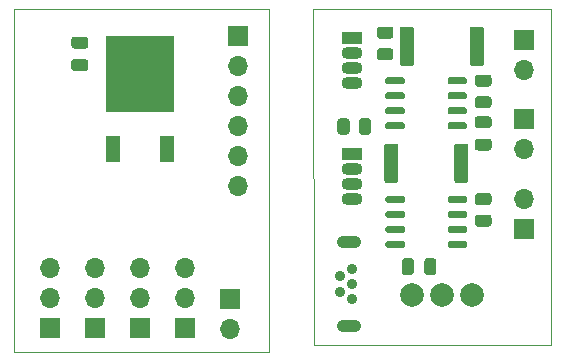
<source format=gbs>
%TF.GenerationSoftware,KiCad,Pcbnew,(5.1.7)-1*%
%TF.CreationDate,2021-06-20T23:27:28+01:00*%
%TF.ProjectId,RcDev,52634465-762e-46b6-9963-61645f706362,rev?*%
%TF.SameCoordinates,Original*%
%TF.FileFunction,Soldermask,Bot*%
%TF.FilePolarity,Negative*%
%FSLAX46Y46*%
G04 Gerber Fmt 4.6, Leading zero omitted, Abs format (unit mm)*
G04 Created by KiCad (PCBNEW (5.1.7)-1) date 2021-06-20 23:27:28*
%MOMM*%
%LPD*%
G01*
G04 APERTURE LIST*
%TA.AperFunction,Profile*%
%ADD10C,0.050000*%
%TD*%
%ADD11O,1.700000X1.700000*%
%ADD12R,1.700000X1.700000*%
%ADD13C,2.000000*%
%ADD14C,0.900000*%
%ADD15O,2.050000X1.050000*%
%ADD16O,1.800000X1.070000*%
%ADD17R,1.800000X1.070000*%
%ADD18R,5.800000X6.400000*%
%ADD19R,1.200000X2.200000*%
G04 APERTURE END LIST*
D10*
X131038600Y-50292000D02*
X151130000Y-50292000D01*
X105689400Y-50266600D02*
X105664000Y-79349600D01*
X127254000Y-50292000D02*
X105689400Y-50266600D01*
X127279400Y-79349600D02*
X127254000Y-50292000D01*
X105664000Y-79349600D02*
X127279400Y-79349600D01*
X131064000Y-78765400D02*
X131038600Y-50292000D01*
X151130000Y-78740000D02*
X131064000Y-78765400D01*
X151130000Y-50292000D02*
X151130000Y-78740000D01*
D11*
%TO.C,J9*%
X148869400Y-66395600D03*
D12*
X148869400Y-68935600D03*
%TD*%
D11*
%TO.C,J6*%
X148844000Y-55499000D03*
D12*
X148844000Y-52959000D03*
%TD*%
%TO.C,J10*%
X123977400Y-74828400D03*
D11*
X123977400Y-77368400D03*
%TD*%
D13*
%TO.C,SW1*%
X139369800Y-74498200D03*
X141909800Y-74498200D03*
X144449800Y-74498200D03*
%TD*%
%TO.C,C6*%
G36*
G01*
X140429400Y-72585600D02*
X140429400Y-71635600D01*
G75*
G02*
X140679400Y-71385600I250000J0D01*
G01*
X141179400Y-71385600D01*
G75*
G02*
X141429400Y-71635600I0J-250000D01*
G01*
X141429400Y-72585600D01*
G75*
G02*
X141179400Y-72835600I-250000J0D01*
G01*
X140679400Y-72835600D01*
G75*
G02*
X140429400Y-72585600I0J250000D01*
G01*
G37*
G36*
G01*
X138529400Y-72585600D02*
X138529400Y-71635600D01*
G75*
G02*
X138779400Y-71385600I250000J0D01*
G01*
X139279400Y-71385600D01*
G75*
G02*
X139529400Y-71635600I0J-250000D01*
G01*
X139529400Y-72585600D01*
G75*
G02*
X139279400Y-72835600I-250000J0D01*
G01*
X138779400Y-72835600D01*
G75*
G02*
X138529400Y-72585600I0J250000D01*
G01*
G37*
%TD*%
D14*
%TO.C,J7*%
X133291500Y-74246500D03*
X133291500Y-72946500D03*
X134291500Y-74896500D03*
X134291500Y-72296500D03*
X134291500Y-73596500D03*
D15*
X134021500Y-77171500D03*
X134021500Y-70021500D03*
%TD*%
D16*
%TO.C,D2*%
X134289800Y-66421000D03*
X134289800Y-65151000D03*
X134289800Y-63881000D03*
D17*
X134289800Y-62611000D03*
%TD*%
%TO.C,U3*%
G36*
G01*
X138789000Y-56238000D02*
X138789000Y-56538000D01*
G75*
G02*
X138639000Y-56688000I-150000J0D01*
G01*
X137289000Y-56688000D01*
G75*
G02*
X137139000Y-56538000I0J150000D01*
G01*
X137139000Y-56238000D01*
G75*
G02*
X137289000Y-56088000I150000J0D01*
G01*
X138639000Y-56088000D01*
G75*
G02*
X138789000Y-56238000I0J-150000D01*
G01*
G37*
G36*
G01*
X138789000Y-57508000D02*
X138789000Y-57808000D01*
G75*
G02*
X138639000Y-57958000I-150000J0D01*
G01*
X137289000Y-57958000D01*
G75*
G02*
X137139000Y-57808000I0J150000D01*
G01*
X137139000Y-57508000D01*
G75*
G02*
X137289000Y-57358000I150000J0D01*
G01*
X138639000Y-57358000D01*
G75*
G02*
X138789000Y-57508000I0J-150000D01*
G01*
G37*
G36*
G01*
X138789000Y-58778000D02*
X138789000Y-59078000D01*
G75*
G02*
X138639000Y-59228000I-150000J0D01*
G01*
X137289000Y-59228000D01*
G75*
G02*
X137139000Y-59078000I0J150000D01*
G01*
X137139000Y-58778000D01*
G75*
G02*
X137289000Y-58628000I150000J0D01*
G01*
X138639000Y-58628000D01*
G75*
G02*
X138789000Y-58778000I0J-150000D01*
G01*
G37*
G36*
G01*
X138789000Y-60048000D02*
X138789000Y-60348000D01*
G75*
G02*
X138639000Y-60498000I-150000J0D01*
G01*
X137289000Y-60498000D01*
G75*
G02*
X137139000Y-60348000I0J150000D01*
G01*
X137139000Y-60048000D01*
G75*
G02*
X137289000Y-59898000I150000J0D01*
G01*
X138639000Y-59898000D01*
G75*
G02*
X138789000Y-60048000I0J-150000D01*
G01*
G37*
G36*
G01*
X144039000Y-60048000D02*
X144039000Y-60348000D01*
G75*
G02*
X143889000Y-60498000I-150000J0D01*
G01*
X142539000Y-60498000D01*
G75*
G02*
X142389000Y-60348000I0J150000D01*
G01*
X142389000Y-60048000D01*
G75*
G02*
X142539000Y-59898000I150000J0D01*
G01*
X143889000Y-59898000D01*
G75*
G02*
X144039000Y-60048000I0J-150000D01*
G01*
G37*
G36*
G01*
X144039000Y-58778000D02*
X144039000Y-59078000D01*
G75*
G02*
X143889000Y-59228000I-150000J0D01*
G01*
X142539000Y-59228000D01*
G75*
G02*
X142389000Y-59078000I0J150000D01*
G01*
X142389000Y-58778000D01*
G75*
G02*
X142539000Y-58628000I150000J0D01*
G01*
X143889000Y-58628000D01*
G75*
G02*
X144039000Y-58778000I0J-150000D01*
G01*
G37*
G36*
G01*
X144039000Y-57508000D02*
X144039000Y-57808000D01*
G75*
G02*
X143889000Y-57958000I-150000J0D01*
G01*
X142539000Y-57958000D01*
G75*
G02*
X142389000Y-57808000I0J150000D01*
G01*
X142389000Y-57508000D01*
G75*
G02*
X142539000Y-57358000I150000J0D01*
G01*
X143889000Y-57358000D01*
G75*
G02*
X144039000Y-57508000I0J-150000D01*
G01*
G37*
G36*
G01*
X144039000Y-56238000D02*
X144039000Y-56538000D01*
G75*
G02*
X143889000Y-56688000I-150000J0D01*
G01*
X142539000Y-56688000D01*
G75*
G02*
X142389000Y-56538000I0J150000D01*
G01*
X142389000Y-56238000D01*
G75*
G02*
X142539000Y-56088000I150000J0D01*
G01*
X143889000Y-56088000D01*
G75*
G02*
X144039000Y-56238000I0J-150000D01*
G01*
G37*
%TD*%
D11*
%TO.C,J5*%
X120142000Y-72263000D03*
X120142000Y-74803000D03*
D12*
X120142000Y-77343000D03*
%TD*%
D18*
%TO.C,V1*%
X116332000Y-55812000D03*
D19*
X114052000Y-62112000D03*
X118612000Y-62112000D03*
%TD*%
%TO.C,U4*%
G36*
G01*
X138789000Y-66271000D02*
X138789000Y-66571000D01*
G75*
G02*
X138639000Y-66721000I-150000J0D01*
G01*
X137289000Y-66721000D01*
G75*
G02*
X137139000Y-66571000I0J150000D01*
G01*
X137139000Y-66271000D01*
G75*
G02*
X137289000Y-66121000I150000J0D01*
G01*
X138639000Y-66121000D01*
G75*
G02*
X138789000Y-66271000I0J-150000D01*
G01*
G37*
G36*
G01*
X138789000Y-67541000D02*
X138789000Y-67841000D01*
G75*
G02*
X138639000Y-67991000I-150000J0D01*
G01*
X137289000Y-67991000D01*
G75*
G02*
X137139000Y-67841000I0J150000D01*
G01*
X137139000Y-67541000D01*
G75*
G02*
X137289000Y-67391000I150000J0D01*
G01*
X138639000Y-67391000D01*
G75*
G02*
X138789000Y-67541000I0J-150000D01*
G01*
G37*
G36*
G01*
X138789000Y-68811000D02*
X138789000Y-69111000D01*
G75*
G02*
X138639000Y-69261000I-150000J0D01*
G01*
X137289000Y-69261000D01*
G75*
G02*
X137139000Y-69111000I0J150000D01*
G01*
X137139000Y-68811000D01*
G75*
G02*
X137289000Y-68661000I150000J0D01*
G01*
X138639000Y-68661000D01*
G75*
G02*
X138789000Y-68811000I0J-150000D01*
G01*
G37*
G36*
G01*
X138789000Y-70081000D02*
X138789000Y-70381000D01*
G75*
G02*
X138639000Y-70531000I-150000J0D01*
G01*
X137289000Y-70531000D01*
G75*
G02*
X137139000Y-70381000I0J150000D01*
G01*
X137139000Y-70081000D01*
G75*
G02*
X137289000Y-69931000I150000J0D01*
G01*
X138639000Y-69931000D01*
G75*
G02*
X138789000Y-70081000I0J-150000D01*
G01*
G37*
G36*
G01*
X144039000Y-70081000D02*
X144039000Y-70381000D01*
G75*
G02*
X143889000Y-70531000I-150000J0D01*
G01*
X142539000Y-70531000D01*
G75*
G02*
X142389000Y-70381000I0J150000D01*
G01*
X142389000Y-70081000D01*
G75*
G02*
X142539000Y-69931000I150000J0D01*
G01*
X143889000Y-69931000D01*
G75*
G02*
X144039000Y-70081000I0J-150000D01*
G01*
G37*
G36*
G01*
X144039000Y-68811000D02*
X144039000Y-69111000D01*
G75*
G02*
X143889000Y-69261000I-150000J0D01*
G01*
X142539000Y-69261000D01*
G75*
G02*
X142389000Y-69111000I0J150000D01*
G01*
X142389000Y-68811000D01*
G75*
G02*
X142539000Y-68661000I150000J0D01*
G01*
X143889000Y-68661000D01*
G75*
G02*
X144039000Y-68811000I0J-150000D01*
G01*
G37*
G36*
G01*
X144039000Y-67541000D02*
X144039000Y-67841000D01*
G75*
G02*
X143889000Y-67991000I-150000J0D01*
G01*
X142539000Y-67991000D01*
G75*
G02*
X142389000Y-67841000I0J150000D01*
G01*
X142389000Y-67541000D01*
G75*
G02*
X142539000Y-67391000I150000J0D01*
G01*
X143889000Y-67391000D01*
G75*
G02*
X144039000Y-67541000I0J-150000D01*
G01*
G37*
G36*
G01*
X144039000Y-66271000D02*
X144039000Y-66571000D01*
G75*
G02*
X143889000Y-66721000I-150000J0D01*
G01*
X142539000Y-66721000D01*
G75*
G02*
X142389000Y-66571000I0J150000D01*
G01*
X142389000Y-66271000D01*
G75*
G02*
X142539000Y-66121000I150000J0D01*
G01*
X143889000Y-66121000D01*
G75*
G02*
X144039000Y-66271000I0J-150000D01*
G01*
G37*
%TD*%
%TO.C,R12*%
G36*
G01*
X145865001Y-66910000D02*
X144964999Y-66910000D01*
G75*
G02*
X144715000Y-66660001I0J249999D01*
G01*
X144715000Y-66134999D01*
G75*
G02*
X144964999Y-65885000I249999J0D01*
G01*
X145865001Y-65885000D01*
G75*
G02*
X146115000Y-66134999I0J-249999D01*
G01*
X146115000Y-66660001D01*
G75*
G02*
X145865001Y-66910000I-249999J0D01*
G01*
G37*
G36*
G01*
X145865001Y-68735000D02*
X144964999Y-68735000D01*
G75*
G02*
X144715000Y-68485001I0J249999D01*
G01*
X144715000Y-67959999D01*
G75*
G02*
X144964999Y-67710000I249999J0D01*
G01*
X145865001Y-67710000D01*
G75*
G02*
X146115000Y-67959999I0J-249999D01*
G01*
X146115000Y-68485001D01*
G75*
G02*
X145865001Y-68735000I-249999J0D01*
G01*
G37*
%TD*%
%TO.C,R11*%
G36*
G01*
X134093000Y-59798799D02*
X134093000Y-60698801D01*
G75*
G02*
X133843001Y-60948800I-249999J0D01*
G01*
X133317999Y-60948800D01*
G75*
G02*
X133068000Y-60698801I0J249999D01*
G01*
X133068000Y-59798799D01*
G75*
G02*
X133317999Y-59548800I249999J0D01*
G01*
X133843001Y-59548800D01*
G75*
G02*
X134093000Y-59798799I0J-249999D01*
G01*
G37*
G36*
G01*
X135918000Y-59798799D02*
X135918000Y-60698801D01*
G75*
G02*
X135668001Y-60948800I-249999J0D01*
G01*
X135142999Y-60948800D01*
G75*
G02*
X134893000Y-60698801I0J249999D01*
G01*
X134893000Y-59798799D01*
G75*
G02*
X135142999Y-59548800I249999J0D01*
G01*
X135668001Y-59548800D01*
G75*
G02*
X135918000Y-59798799I0J-249999D01*
G01*
G37*
%TD*%
%TO.C,R10*%
G36*
G01*
X142939000Y-64798000D02*
X142939000Y-61948000D01*
G75*
G02*
X143189000Y-61698000I250000J0D01*
G01*
X143914000Y-61698000D01*
G75*
G02*
X144164000Y-61948000I0J-250000D01*
G01*
X144164000Y-64798000D01*
G75*
G02*
X143914000Y-65048000I-250000J0D01*
G01*
X143189000Y-65048000D01*
G75*
G02*
X142939000Y-64798000I0J250000D01*
G01*
G37*
G36*
G01*
X137014000Y-64798000D02*
X137014000Y-61948000D01*
G75*
G02*
X137264000Y-61698000I250000J0D01*
G01*
X137989000Y-61698000D01*
G75*
G02*
X138239000Y-61948000I0J-250000D01*
G01*
X138239000Y-64798000D01*
G75*
G02*
X137989000Y-65048000I-250000J0D01*
G01*
X137264000Y-65048000D01*
G75*
G02*
X137014000Y-64798000I0J250000D01*
G01*
G37*
%TD*%
%TO.C,R9*%
G36*
G01*
X145865001Y-56877000D02*
X144964999Y-56877000D01*
G75*
G02*
X144715000Y-56627001I0J249999D01*
G01*
X144715000Y-56101999D01*
G75*
G02*
X144964999Y-55852000I249999J0D01*
G01*
X145865001Y-55852000D01*
G75*
G02*
X146115000Y-56101999I0J-249999D01*
G01*
X146115000Y-56627001D01*
G75*
G02*
X145865001Y-56877000I-249999J0D01*
G01*
G37*
G36*
G01*
X145865001Y-58702000D02*
X144964999Y-58702000D01*
G75*
G02*
X144715000Y-58452001I0J249999D01*
G01*
X144715000Y-57926999D01*
G75*
G02*
X144964999Y-57677000I249999J0D01*
G01*
X145865001Y-57677000D01*
G75*
G02*
X146115000Y-57926999I0J-249999D01*
G01*
X146115000Y-58452001D01*
G75*
G02*
X145865001Y-58702000I-249999J0D01*
G01*
G37*
%TD*%
%TO.C,R8*%
G36*
G01*
X137559201Y-52813000D02*
X136659199Y-52813000D01*
G75*
G02*
X136409200Y-52563001I0J249999D01*
G01*
X136409200Y-52037999D01*
G75*
G02*
X136659199Y-51788000I249999J0D01*
G01*
X137559201Y-51788000D01*
G75*
G02*
X137809200Y-52037999I0J-249999D01*
G01*
X137809200Y-52563001D01*
G75*
G02*
X137559201Y-52813000I-249999J0D01*
G01*
G37*
G36*
G01*
X137559201Y-54638000D02*
X136659199Y-54638000D01*
G75*
G02*
X136409200Y-54388001I0J249999D01*
G01*
X136409200Y-53862999D01*
G75*
G02*
X136659199Y-53613000I249999J0D01*
G01*
X137559201Y-53613000D01*
G75*
G02*
X137809200Y-53862999I0J-249999D01*
G01*
X137809200Y-54388001D01*
G75*
G02*
X137559201Y-54638000I-249999J0D01*
G01*
G37*
%TD*%
%TO.C,R7*%
G36*
G01*
X139559800Y-52042000D02*
X139559800Y-54892000D01*
G75*
G02*
X139309800Y-55142000I-250000J0D01*
G01*
X138584800Y-55142000D01*
G75*
G02*
X138334800Y-54892000I0J250000D01*
G01*
X138334800Y-52042000D01*
G75*
G02*
X138584800Y-51792000I250000J0D01*
G01*
X139309800Y-51792000D01*
G75*
G02*
X139559800Y-52042000I0J-250000D01*
G01*
G37*
G36*
G01*
X145484800Y-52042000D02*
X145484800Y-54892000D01*
G75*
G02*
X145234800Y-55142000I-250000J0D01*
G01*
X144509800Y-55142000D01*
G75*
G02*
X144259800Y-54892000I0J250000D01*
G01*
X144259800Y-52042000D01*
G75*
G02*
X144509800Y-51792000I250000J0D01*
G01*
X145234800Y-51792000D01*
G75*
G02*
X145484800Y-52042000I0J-250000D01*
G01*
G37*
%TD*%
D11*
%TO.C,J8*%
X148869400Y-62179200D03*
D12*
X148869400Y-59639200D03*
%TD*%
D11*
%TO.C,J4*%
X108712000Y-72263000D03*
X108712000Y-74803000D03*
D12*
X108712000Y-77343000D03*
%TD*%
D11*
%TO.C,J2*%
X116332000Y-72263000D03*
X116332000Y-74803000D03*
D12*
X116332000Y-77343000D03*
%TD*%
D11*
%TO.C,J1*%
X112522000Y-72263000D03*
X112522000Y-74803000D03*
D12*
X112522000Y-77343000D03*
%TD*%
D16*
%TO.C,D1*%
X134289800Y-56565800D03*
X134289800Y-55295800D03*
X134289800Y-54025800D03*
D17*
X134289800Y-52755800D03*
%TD*%
%TO.C,C4*%
G36*
G01*
X145890000Y-60383000D02*
X144940000Y-60383000D01*
G75*
G02*
X144690000Y-60133000I0J250000D01*
G01*
X144690000Y-59633000D01*
G75*
G02*
X144940000Y-59383000I250000J0D01*
G01*
X145890000Y-59383000D01*
G75*
G02*
X146140000Y-59633000I0J-250000D01*
G01*
X146140000Y-60133000D01*
G75*
G02*
X145890000Y-60383000I-250000J0D01*
G01*
G37*
G36*
G01*
X145890000Y-62283000D02*
X144940000Y-62283000D01*
G75*
G02*
X144690000Y-62033000I0J250000D01*
G01*
X144690000Y-61533000D01*
G75*
G02*
X144940000Y-61283000I250000J0D01*
G01*
X145890000Y-61283000D01*
G75*
G02*
X146140000Y-61533000I0J-250000D01*
G01*
X146140000Y-62033000D01*
G75*
G02*
X145890000Y-62283000I-250000J0D01*
G01*
G37*
%TD*%
%TO.C,C1*%
G36*
G01*
X111727000Y-53652000D02*
X110777000Y-53652000D01*
G75*
G02*
X110527000Y-53402000I0J250000D01*
G01*
X110527000Y-52902000D01*
G75*
G02*
X110777000Y-52652000I250000J0D01*
G01*
X111727000Y-52652000D01*
G75*
G02*
X111977000Y-52902000I0J-250000D01*
G01*
X111977000Y-53402000D01*
G75*
G02*
X111727000Y-53652000I-250000J0D01*
G01*
G37*
G36*
G01*
X111727000Y-55552000D02*
X110777000Y-55552000D01*
G75*
G02*
X110527000Y-55302000I0J250000D01*
G01*
X110527000Y-54802000D01*
G75*
G02*
X110777000Y-54552000I250000J0D01*
G01*
X111727000Y-54552000D01*
G75*
G02*
X111977000Y-54802000I0J-250000D01*
G01*
X111977000Y-55302000D01*
G75*
G02*
X111727000Y-55552000I-250000J0D01*
G01*
G37*
%TD*%
D12*
%TO.C,J3*%
X124650500Y-52578000D03*
D11*
X124650500Y-55118000D03*
X124650500Y-57658000D03*
X124650500Y-60198000D03*
X124650500Y-62738000D03*
X124650500Y-65278000D03*
%TD*%
M02*

</source>
